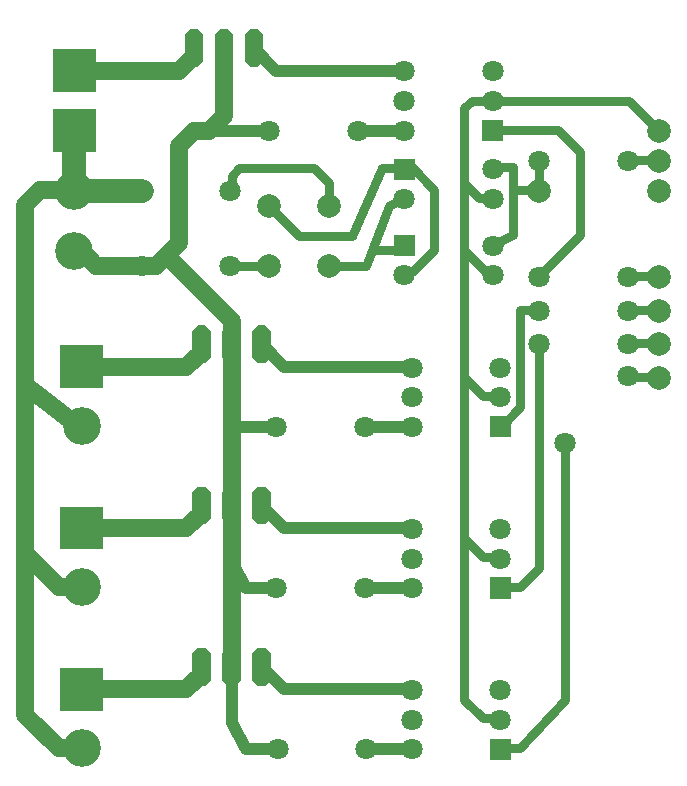
<source format=gbr>
%FSLAX32Y32*%
%MOMM*%
%LNKUPFERSEITE2*%
G71*
G01*
%ADD10C, 1.80*%
%ADD11C, 1.80*%
%ADD12C, 1.00*%
%ADD13C, 2.00*%
%ADD14C, 1.50*%
%ADD15C, 0.80*%
%ADD16C, 0.75*%
%ADD17C, 3.20*%
%ADD18C, 2.00*%
%LPD*%
G36*
X4122Y5824D02*
X4302Y5824D01*
X4302Y6004D01*
X4122Y6004D01*
X4122Y5824D01*
G37*
X4212Y6164D02*
G54D10*
D03*
X4212Y6414D02*
G54D10*
D03*
X3462Y6414D02*
G54D10*
D03*
X3462Y6164D02*
G54D10*
D03*
X3462Y5914D02*
G54D10*
D03*
G36*
X3554Y5676D02*
X3374Y5676D01*
X3374Y5496D01*
X3554Y5496D01*
X3554Y5676D01*
G37*
X3464Y5336D02*
G54D10*
D03*
X4214Y5336D02*
G54D10*
D03*
X4214Y5586D02*
G54D10*
D03*
X1988Y4771D02*
G54D11*
D03*
X1238Y4771D02*
G54D11*
D03*
X1988Y4771D02*
G54D11*
D03*
X1238Y4771D02*
G54D11*
D03*
X1988Y5406D02*
G54D11*
D03*
X1238Y5406D02*
G54D11*
D03*
X1988Y5406D02*
G54D11*
D03*
X1238Y5406D02*
G54D11*
D03*
X3067Y5914D02*
G54D11*
D03*
X2317Y5914D02*
G54D11*
D03*
X3067Y5914D02*
G54D11*
D03*
X2317Y5914D02*
G54D11*
D03*
X5353Y5660D02*
G54D11*
D03*
X4603Y5660D02*
G54D11*
D03*
X5353Y5660D02*
G54D11*
D03*
X4603Y5660D02*
G54D11*
D03*
X5353Y4676D02*
G54D11*
D03*
X4603Y4676D02*
G54D11*
D03*
X5353Y4676D02*
G54D11*
D03*
X4603Y4676D02*
G54D11*
D03*
G36*
X2270Y6727D02*
X2223Y6774D01*
X2157Y6774D01*
X2110Y6727D01*
X2110Y6501D01*
X2157Y6454D01*
X2223Y6454D01*
X2270Y6501D01*
X2270Y6727D01*
G37*
G36*
X2016Y6727D02*
X1969Y6774D01*
X1903Y6774D01*
X1856Y6727D01*
X1856Y6501D01*
X1903Y6454D01*
X1969Y6454D01*
X2016Y6501D01*
X2016Y6727D01*
G37*
G36*
X1762Y6727D02*
X1715Y6774D01*
X1649Y6774D01*
X1602Y6727D01*
X1602Y6501D01*
X1649Y6454D01*
X1715Y6454D01*
X1762Y6501D01*
X1762Y6727D01*
G37*
G54D12*
X3460Y5914D02*
X3079Y5914D01*
G54D13*
X1238Y5406D02*
X666Y5406D01*
X666Y5914D01*
G54D14*
X1682Y6612D02*
X1682Y6549D01*
X1555Y6422D01*
X666Y6422D01*
G54D12*
X3460Y6422D02*
X2380Y6422D01*
X2190Y6612D01*
G54D15*
X2317Y4771D02*
X1936Y4771D01*
G54D15*
X2825Y5279D02*
X2825Y5470D01*
X2698Y5596D01*
X2063Y5596D01*
X2000Y5533D01*
X2000Y5406D01*
G54D16*
X3460Y5596D02*
X3270Y5596D01*
X3016Y5025D01*
X2571Y5025D01*
X2317Y5279D01*
G54D15*
X3460Y5342D02*
X3333Y5279D01*
X3142Y4771D01*
X2825Y4771D01*
X666Y6422D02*
G54D17*
D03*
G36*
X486Y6241D02*
X486Y6603D01*
X848Y6603D01*
X848Y6241D01*
X486Y6241D01*
G37*
X666Y5922D02*
G54D17*
D03*
X666Y5402D02*
G54D17*
D03*
X666Y5914D02*
G54D17*
D03*
G36*
X486Y5733D02*
X486Y6095D01*
X848Y6095D01*
X848Y5733D01*
X486Y5733D01*
G37*
X666Y5414D02*
G54D17*
D03*
X666Y4894D02*
G54D17*
D03*
X5619Y4676D02*
G54D18*
D03*
X5619Y5406D02*
G54D18*
D03*
X5619Y5660D02*
G54D18*
D03*
X5619Y5914D02*
G54D18*
D03*
G54D15*
X4222Y5342D02*
X4095Y5342D01*
X3968Y5470D01*
X3968Y6104D01*
X4032Y6168D01*
X5365Y6168D01*
X5619Y5914D01*
G54D14*
X666Y4898D02*
X730Y4898D01*
X856Y4771D01*
X1364Y4771D01*
X1555Y4962D01*
X1555Y5787D01*
X1682Y5914D01*
X1809Y5914D01*
X1936Y6041D01*
X1936Y6676D01*
G54D12*
X2317Y5914D02*
X1936Y5914D01*
X1777Y5914D01*
G36*
X3554Y5029D02*
X3374Y5029D01*
X3374Y4849D01*
X3554Y4849D01*
X3554Y5029D01*
G37*
X3464Y4689D02*
G54D10*
D03*
X4214Y4689D02*
G54D10*
D03*
X4214Y4939D02*
G54D10*
D03*
G54D15*
X4381Y5158D02*
X4381Y5032D01*
X4254Y4968D01*
G54D15*
X3396Y4904D02*
X3206Y4904D01*
G54D15*
X3524Y5603D02*
X3714Y5412D01*
X3714Y4904D01*
X3524Y4714D01*
G54D15*
X3968Y5476D02*
X3968Y4904D01*
X4158Y4714D01*
G36*
X4186Y3316D02*
X4366Y3316D01*
X4366Y3496D01*
X4186Y3496D01*
X4186Y3316D01*
G37*
X4276Y3656D02*
G54D10*
D03*
X4276Y3906D02*
G54D10*
D03*
X3526Y3906D02*
G54D10*
D03*
X3526Y3656D02*
G54D10*
D03*
X3526Y3406D02*
G54D10*
D03*
X3130Y3406D02*
G54D11*
D03*
X2380Y3406D02*
G54D11*
D03*
X3130Y3406D02*
G54D11*
D03*
X2380Y3406D02*
G54D11*
D03*
X5353Y4390D02*
G54D11*
D03*
X4603Y4390D02*
G54D11*
D03*
X5353Y4390D02*
G54D11*
D03*
X4603Y4390D02*
G54D11*
D03*
G36*
X2334Y4219D02*
X2286Y4266D01*
X2220Y4266D01*
X2174Y4219D01*
X2174Y3993D01*
X2220Y3946D01*
X2286Y3946D01*
X2334Y3993D01*
X2334Y4219D01*
G37*
G36*
X2080Y4219D02*
X2032Y4266D01*
X1966Y4266D01*
X1920Y4219D01*
X1920Y3993D01*
X1966Y3946D01*
X2032Y3946D01*
X2080Y3993D01*
X2080Y4219D01*
G37*
G36*
X1826Y4219D02*
X1778Y4266D01*
X1712Y4266D01*
X1666Y4219D01*
X1666Y3993D01*
X1712Y3946D01*
X1778Y3946D01*
X1826Y3993D01*
X1826Y4219D01*
G37*
G54D12*
X3524Y3406D02*
X3142Y3406D01*
G54D14*
X1746Y4104D02*
X1746Y4041D01*
X1618Y3914D01*
X730Y3914D01*
G54D12*
X3524Y3914D02*
X2444Y3914D01*
X2254Y4104D01*
X730Y3914D02*
G54D17*
D03*
G36*
X549Y3733D02*
X549Y4095D01*
X911Y4095D01*
X911Y3733D01*
X549Y3733D01*
G37*
X730Y3414D02*
G54D17*
D03*
G54D12*
X2380Y3406D02*
X2126Y3406D01*
X2000Y3406D01*
G54D12*
X2000Y3634D02*
X2000Y4047D01*
G54D14*
X571Y5412D02*
X380Y5412D01*
X253Y5286D01*
X253Y3762D01*
X698Y3412D01*
G54D14*
X2000Y4174D02*
X2000Y4301D01*
X1460Y4841D01*
G54D15*
X4254Y3666D02*
X4127Y3666D01*
X3968Y3825D01*
X3968Y4968D01*
X5619Y4390D02*
G54D18*
D03*
X5619Y4104D02*
G54D18*
D03*
X5619Y3818D02*
G54D18*
D03*
G54D15*
X4254Y5603D02*
X4381Y5603D01*
X4381Y5158D01*
X4381Y5095D01*
G54D15*
X4603Y5412D02*
X4381Y5412D01*
G54D15*
X4254Y5920D02*
X4762Y5920D01*
X4952Y5730D01*
X4952Y5032D01*
X4635Y4714D01*
G54D15*
X5365Y4682D02*
X5587Y4682D01*
X5353Y4104D02*
G54D11*
D03*
X4603Y4104D02*
G54D11*
D03*
X5353Y4104D02*
G54D11*
D03*
X4603Y4104D02*
G54D11*
D03*
X4823Y3271D02*
G54D11*
D03*
X5353Y3833D02*
G54D11*
D03*
X4823Y3271D02*
G54D11*
D03*
G54D15*
X5619Y4396D02*
X5397Y4396D01*
G54D15*
X5619Y4111D02*
X5397Y4111D01*
G54D15*
X5619Y3825D02*
X5365Y3825D01*
G54D15*
X4603Y4396D02*
X4444Y4396D01*
X4444Y3571D01*
X4286Y3412D01*
G54D15*
X4603Y5412D02*
X4603Y5666D01*
G54D15*
X5365Y5666D02*
X5651Y5666D01*
X4603Y5406D02*
G54D18*
D03*
G36*
X4186Y1950D02*
X4366Y1950D01*
X4366Y2130D01*
X4186Y2130D01*
X4186Y1950D01*
G37*
X4276Y2290D02*
G54D10*
D03*
X4276Y2540D02*
G54D10*
D03*
X3526Y2540D02*
G54D10*
D03*
X3526Y2290D02*
G54D10*
D03*
X3526Y2040D02*
G54D10*
D03*
X3130Y2040D02*
G54D11*
D03*
X2380Y2040D02*
G54D11*
D03*
X3130Y2040D02*
G54D11*
D03*
X2380Y2040D02*
G54D11*
D03*
G36*
X2334Y2854D02*
X2286Y2900D01*
X2220Y2900D01*
X2174Y2854D01*
X2174Y2628D01*
X2220Y2580D01*
X2286Y2580D01*
X2334Y2628D01*
X2334Y2854D01*
G37*
G36*
X2080Y2854D02*
X2032Y2900D01*
X1966Y2900D01*
X1920Y2854D01*
X1920Y2628D01*
X1966Y2580D01*
X2032Y2580D01*
X2080Y2628D01*
X2080Y2854D01*
G37*
G36*
X1826Y2854D02*
X1778Y2900D01*
X1712Y2900D01*
X1666Y2854D01*
X1666Y2628D01*
X1712Y2580D01*
X1778Y2580D01*
X1826Y2628D01*
X1826Y2854D01*
G37*
G54D12*
X3524Y2040D02*
X3142Y2040D01*
G54D14*
X1746Y2739D02*
X1746Y2676D01*
X1618Y2548D01*
X730Y2548D01*
G54D12*
X3524Y2548D02*
X2444Y2548D01*
X2254Y2739D01*
X730Y2548D02*
G54D17*
D03*
G36*
X549Y2368D02*
X549Y2730D01*
X911Y2730D01*
X911Y2368D01*
X549Y2368D01*
G37*
X730Y2048D02*
G54D17*
D03*
G54D12*
X2380Y2040D02*
X2126Y2040D01*
X2000Y2263D01*
G54D12*
X2000Y2269D02*
X2000Y2682D01*
G54D14*
X2000Y2809D02*
X2000Y2936D01*
X2000Y4174D01*
G54D15*
X4254Y2301D02*
X4127Y2301D01*
X3968Y2460D01*
X3968Y3984D01*
G54D14*
X730Y2047D02*
X539Y2047D01*
X253Y2333D01*
X253Y3920D01*
G54D15*
X4286Y2047D02*
X4444Y2047D01*
X4603Y2206D01*
X4603Y4111D01*
G36*
X4186Y585D02*
X4366Y585D01*
X4366Y765D01*
X4186Y765D01*
X4186Y585D01*
G37*
X4276Y925D02*
G54D10*
D03*
X4276Y1175D02*
G54D10*
D03*
X3526Y1175D02*
G54D10*
D03*
X3526Y925D02*
G54D10*
D03*
X3526Y675D02*
G54D10*
D03*
X3142Y675D02*
G54D11*
D03*
X2392Y675D02*
G54D11*
D03*
X3142Y675D02*
G54D11*
D03*
X2392Y675D02*
G54D11*
D03*
G36*
X2334Y1488D02*
X2286Y1535D01*
X2220Y1535D01*
X2174Y1488D01*
X2174Y1262D01*
X2220Y1215D01*
X2286Y1215D01*
X2334Y1262D01*
X2334Y1488D01*
G37*
G36*
X2080Y1488D02*
X2032Y1535D01*
X1966Y1535D01*
X1920Y1488D01*
X1920Y1262D01*
X1966Y1215D01*
X2032Y1215D01*
X2080Y1262D01*
X2080Y1488D01*
G37*
G36*
X1826Y1488D02*
X1778Y1535D01*
X1712Y1535D01*
X1666Y1488D01*
X1666Y1262D01*
X1712Y1215D01*
X1778Y1215D01*
X1826Y1262D01*
X1826Y1488D01*
G37*
G54D12*
X3524Y675D02*
X3142Y675D01*
G54D14*
X1746Y1374D02*
X1746Y1310D01*
X1618Y1183D01*
X730Y1183D01*
G54D12*
X3524Y1183D02*
X2444Y1183D01*
X2254Y1374D01*
X730Y1183D02*
G54D17*
D03*
G36*
X549Y1002D02*
X549Y1364D01*
X911Y1364D01*
X911Y1002D01*
X549Y1002D01*
G37*
X730Y683D02*
G54D17*
D03*
G54D12*
X2380Y675D02*
X2126Y675D01*
X2000Y898D01*
G54D12*
X2000Y904D02*
X2000Y1317D01*
G54D14*
X2000Y1444D02*
X2000Y1571D01*
X2000Y2809D01*
G54D15*
X4254Y936D02*
X4127Y936D01*
X3968Y1094D01*
X3968Y2618D01*
G54D14*
X730Y682D02*
X539Y682D01*
X253Y968D01*
X253Y2555D01*
G54D15*
X4286Y682D02*
X4444Y682D01*
X4825Y1094D01*
X4825Y3285D01*
X2825Y4771D02*
G54D18*
D03*
X2317Y4771D02*
G54D18*
D03*
X2825Y5279D02*
G54D18*
D03*
X2317Y5279D02*
G54D18*
D03*
M02*

</source>
